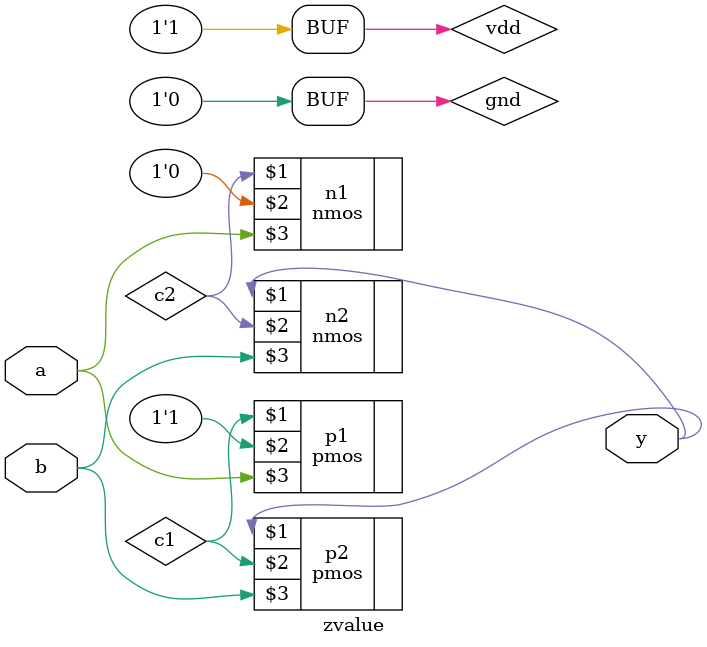
<source format=v>
module zvalue(y,a,b);
input a;
input b;
output y;

supply1 vdd;
supply0 gnd;

wire c1;

wire c2;

pmos p1(c1,vdd,a);
pmos p2(y,c1,b);

nmos n1(c2,gnd,a);
nmos n2(y,c2,b);

endmodule

</source>
